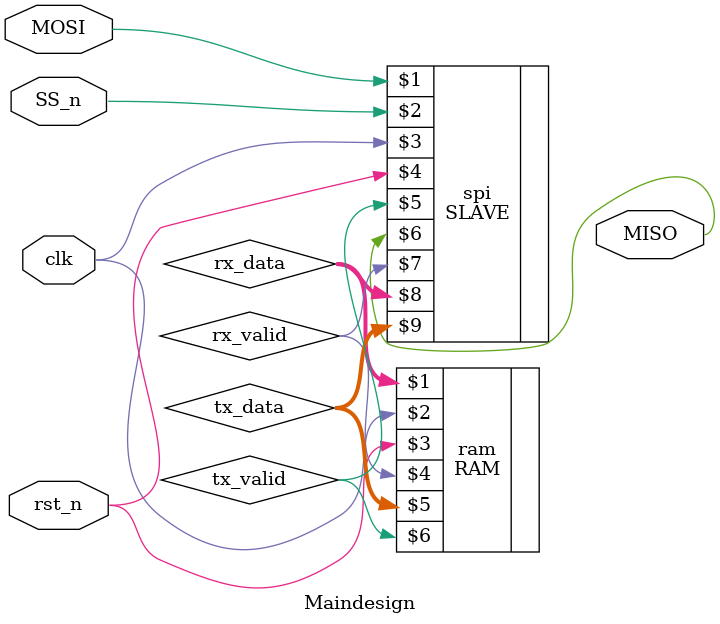
<source format=sv>
module Maindesign(MOSI,SS_n,clk,rst_n,MISO);
 input MOSI,SS_n,clk,rst_n;
 output MISO;
 wire [9:0] rx_data;
 wire [7:0] tx_data;
 wire rx_valid, tx_valid;
 
SLAVE    spi(MOSI, SS_n, clk, rst_n, tx_valid,MISO,rx_valid,rx_data,tx_data);
 
RAM    	 ram(rx_data,clk,rst_n,rx_valid,tx_data,tx_valid);

endmodule
</source>
